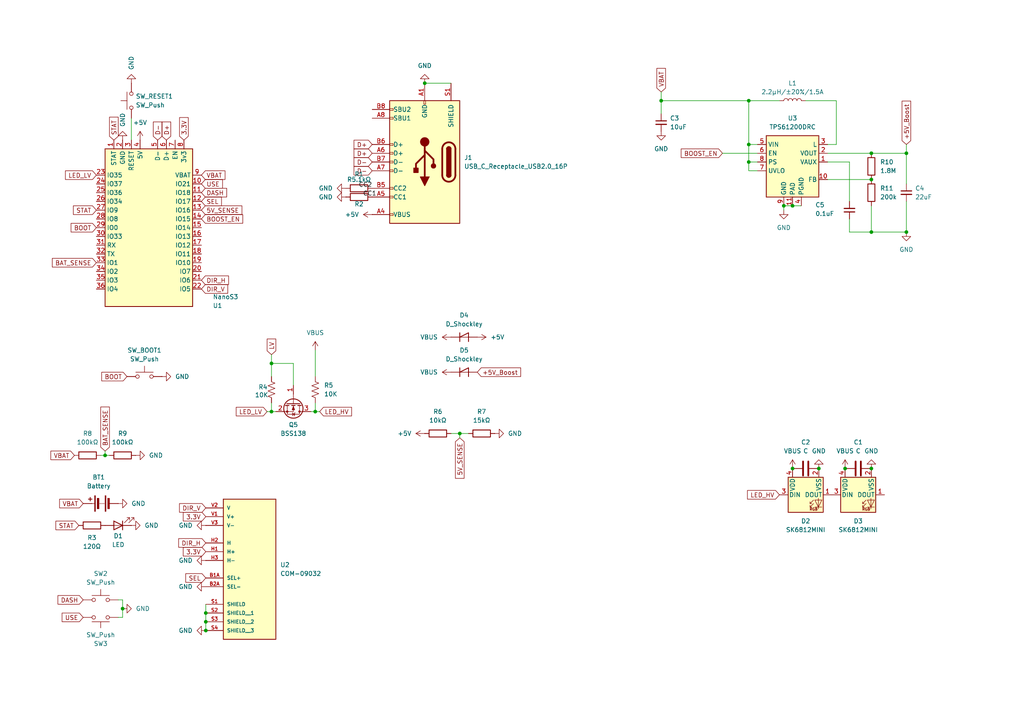
<source format=kicad_sch>
(kicad_sch (version 20250114) (generator "eeschema") (generator_version "9.0")
  (paper "A4")
  (lib_symbols
    (symbol "COM-09032:COM-09032" (pin_names (offset 1.016))
      (property "Reference" "U" (at -7.62 16.002 0))
      (property "Value" "COM-09032" (at -7.62 -27.94 0))
      (symbol "COM-09032_0_0"
        (rectangle (start -7.62 -25.4) (end 7.62 15.24) (stroke (width 0.254)) (fill (type background)))
        (pin passive line (at -12.7 12.7 0) (length 5.08) (name "V") (number "V2"))
        (pin passive line (at -12.7 10.16 0) (length 5.08) (name "V+") (number "V1"))
        (pin passive line (at -12.7 7.62 0) (length 5.08) (name "V-") (number "V3"))
        (pin passive line (at -12.7 2.54 0) (length 5.08) (name "H") (number "H2"))
        (pin passive line (at -12.7 0 0) (length 5.08) (name "H+") (number "H1"))
        (pin passive line (at -12.7 -2.54 0) (length 5.08) (name "H-") (number "H3"))
        (pin passive line (at -12.7 -7.62 0) (length 5.08) (name "SEL+") (number "B1A"))
        (pin passive line (at -12.7 -10.16 0) (length 5.08) (name "SEL-") (number "B2A"))
        (pin passive line (at -12.7 -15.24 0) (length 5.08) (name "SHIELD") (number "S1"))
        (pin passive line (at -12.7 -17.78 0) (length 5.08) (name "SHIELD__1") (number "S2"))
        (pin passive line (at -12.7 -20.32 0) (length 5.08) (name "SHIELD__2") (number "S3"))
        (pin passive line (at -12.7 -22.86 0) (length 5.08) (name "SHIELD__3") (number "S4"))
      )
    )
    (symbol "Connector:USB_C_Receptacle_USB2.0_16P" (pin_names (offset 1.016))
      (property "Reference" "J" (at 0 22.225 0))
      (property "Value" "USB_C_Receptacle_USB2.0_16P" (at 0 19.685 0))
      (symbol "USB_C_Receptacle_USB2.0_16P_0_0"
        (rectangle (start -0.254 -17.78) (end 0.254 -16.764))
        (rectangle (start 10.16 15.494) (end 9.144 14.986))
        (rectangle (start 10.16 10.414) (end 9.144 9.906))
        (rectangle (start 10.16 7.874) (end 9.144 7.366))
        (rectangle (start 10.16 2.794) (end 9.144 2.286))
        (rectangle (start 10.16 0.254) (end 9.144 -0.254))
        (rectangle (start 10.16 -2.286) (end 9.144 -2.794))
        (rectangle (start 10.16 -4.826) (end 9.144 -5.334))
        (rectangle (start 10.16 -12.446) (end 9.144 -12.954))
        (rectangle (start 10.16 -14.986) (end 9.144 -15.494))
      )
      (symbol "USB_C_Receptacle_USB2.0_16P_0_1"
        (rectangle (start -10.16 17.78) (end 10.16 -17.78) (stroke (width 0.254)) (fill (type background)))
        (polyline (pts (xy -8.89 -3.81) (xy -8.89 3.81)) (stroke (width 0.508)))
        (rectangle (start -7.62 -3.81) (end -6.35 3.81) (stroke (width 0.254)) (fill (type outline)))
        (arc (start -7.62 3.81) (mid -6.985 4.4423) (end -6.35 3.81) (stroke (width 0.254)))
        (arc (start -7.62 3.81) (mid -6.985 4.4423) (end -6.35 3.81) (stroke (width 0.254)) (fill (type outline)))
        (arc (start -8.89 3.81) (mid -6.985 5.7067) (end -5.08 3.81) (stroke (width 0.508)))
        (arc (start -5.08 -3.81) (mid -6.985 -5.7067) (end -8.89 -3.81) (stroke (width 0.508)))
        (arc (start -6.35 -3.81) (mid -6.985 -4.4423) (end -7.62 -3.81) (stroke (width 0.254)))
        (arc (start -6.35 -3.81) (mid -6.985 -4.4423) (end -7.62 -3.81) (stroke (width 0.254)) (fill (type outline)))
        (polyline (pts (xy -5.08 3.81) (xy -5.08 -3.81)) (stroke (width 0.508)))
        (circle (center -2.54 1.143) (radius 0.635) (stroke (width 0.254)) (fill (type outline)))
        (polyline (pts (xy -1.27 4.318) (xy 0 6.858) (xy 1.27 4.318) (xy -1.27 4.318)) (stroke (width 0.254)) (fill (type outline)))
        (polyline (pts (xy 0 -2.032) (xy 2.54 0.508) (xy 2.54 1.778)) (stroke (width 0.508)))
        (polyline (pts (xy 0 -3.302) (xy -2.54 -0.762) (xy -2.54 0.508)) (stroke (width 0.508)))
        (polyline (pts (xy 0 -5.842) (xy 0 4.318)) (stroke (width 0.508)))
        (circle (center 0 -5.842) (radius 1.27) (fill (type outline)))
        (rectangle (start 1.905 1.778) (end 3.175 3.048) (stroke (width 0.254)) (fill (type outline)))
      )
      (symbol "USB_C_Receptacle_USB2.0_16P_1_1"
        (pin passive line (at -7.62 -22.86 90) (length 5.08) (name "SHIELD") (number "S1"))
        (pin passive line (at 0 -22.86 90) (length 5.08) (name "GND") (number "A1"))
        (pin passive line (at 0 -22.86 90) (length 5.08) (hide yes) (name "GND") (number "A12"))
        (pin passive line (at 0 -22.86 90) (length 5.08) (hide yes) (name "GND") (number "B1"))
        (pin passive line (at 0 -22.86 90) (length 5.08) (hide yes) (name "GND") (number "B12"))
        (pin passive line (at 15.24 15.24 180) (length 5.08) (name "VBUS") (number "A4"))
        (pin passive line (at 15.24 15.24 180) (length 5.08) (hide yes) (name "VBUS") (number "A9"))
        (pin passive line (at 15.24 15.24 180) (length 5.08) (hide yes) (name "VBUS") (number "B4"))
        (pin passive line (at 15.24 15.24 180) (length 5.08) (hide yes) (name "VBUS") (number "B9"))
        (pin bidirectional line (at 15.24 10.16 180) (length 5.08) (name "CC1") (number "A5"))
        (pin bidirectional line (at 15.24 7.62 180) (length 5.08) (name "CC2") (number "B5"))
        (pin bidirectional line (at 15.24 2.54 180) (length 5.08) (name "D-") (number "A7"))
        (pin bidirectional line (at 15.24 0 180) (length 5.08) (name "D-") (number "B7"))
        (pin bidirectional line (at 15.24 -2.54 180) (length 5.08) (name "D+") (number "A6"))
        (pin bidirectional line (at 15.24 -5.08 180) (length 5.08) (name "D+") (number "B6"))
        (pin bidirectional line (at 15.24 -12.7 180) (length 5.08) (name "SBU1") (number "A8"))
        (pin bidirectional line (at 15.24 -15.24 180) (length 5.08) (name "SBU2") (number "B8"))
      )
    )
    (symbol "Device:Battery" (pin_numbers (hide yes)) (pin_names (offset 0) (hide yes))
      (property "Reference" "BT" (at 2.54 2.54 0))
      (property "Value" "Battery" (at 2.54 0 0))
      (symbol "Battery_0_1"
        (rectangle (start -2.286 1.778) (end 2.286 1.524) (fill (type outline)))
        (rectangle (start -2.286 -1.27) (end 2.286 -1.524) (fill (type outline)))
        (rectangle (start -1.524 1.016) (end 1.524 0.508) (fill (type outline)))
        (rectangle (start -1.524 -2.032) (end 1.524 -2.54) (fill (type outline)))
        (polyline (pts (xy 0 1.778) (xy 0 2.54)))
        (polyline (pts (xy 0 0) (xy 0 0.254)))
        (polyline (pts (xy 0 -0.508) (xy 0 -0.254)))
        (polyline (pts (xy 0 -1.016) (xy 0 -0.762)))
        (polyline (pts (xy 0.762 3.048) (xy 1.778 3.048)) (stroke (width 0.254)))
        (polyline (pts (xy 1.27 3.556) (xy 1.27 2.54)) (stroke (width 0.254)))
      )
      (symbol "Battery_1_1"
        (pin passive line (at 0 5.08 270) (length 2.54) (name "+") (number "1"))
        (pin passive line (at 0 -5.08 90) (length 2.54) (name "-") (number "2"))
      )
    )
    (symbol "Device:C" (pin_numbers (hide yes)) (pin_names (offset 0.254))
      (property "Reference" "C" (at 0.635 2.54 0))
      (property "Value" "C" (at 0.635 -2.54 0))
      (symbol "C_0_1"
        (polyline (pts (xy -2.032 0.762) (xy 2.032 0.762)) (stroke (width 0.508)))
        (polyline (pts (xy -2.032 -0.762) (xy 2.032 -0.762)) (stroke (width 0.508)))
      )
      (symbol "C_1_1"
        (pin passive line (at 0 3.81 270) (length 2.794) (name "~") (number "1"))
        (pin passive line (at 0 -3.81 90) (length 2.794) (name "~") (number "2"))
      )
    )
    (symbol "Device:C_Small" (pin_numbers (hide yes)) (pin_names (offset 0.254) (hide yes))
      (property "Reference" "C" (at 0.254 1.778 0))
      (property "Value" "C_Small" (at 0.254 -2.032 0))
      (symbol "C_Small_0_1"
        (polyline (pts (xy -1.524 0.508) (xy 1.524 0.508)) (stroke (width 0.3048)))
        (polyline (pts (xy -1.524 -0.508) (xy 1.524 -0.508)) (stroke (width 0.3302)))
      )
      (symbol "C_Small_1_1"
        (pin passive line (at 0 2.54 270) (length 2.032) (name "~") (number "1"))
        (pin passive line (at 0 -2.54 90) (length 2.032) (name "~") (number "2"))
      )
    )
    (symbol "Device:D_Shockley" (pin_numbers (hide yes)) (pin_names (offset 1.016) (hide yes))
      (property "Reference" "D" (at 0 2.54 0))
      (property "Value" "D_Shockley" (at 0 -2.54 0))
      (symbol "D_Shockley_0_1"
        (polyline (pts (xy -1.27 1.27) (xy -1.27 -1.27)) (stroke (width 0.254)))
        (polyline (pts (xy -1.27 0) (xy 1.27 0)))
        (polyline (pts (xy -1.27 0) (xy 1.27 1.27) (xy 1.27 -1.27)) (stroke (width 0.254)))
      )
      (symbol "D_Shockley_1_1"
        (pin passive line (at -3.81 0 0) (length 2.54) (name "K") (number "1"))
        (pin passive line (at 3.81 0 180) (length 2.54) (name "A") (number "2"))
      )
    )
    (symbol "Device:L" (pin_numbers (hide yes)) (pin_names (offset 1.016) (hide yes))
      (property "Reference" "L" (at -1.27 0 90))
      (property "Value" "L" (at 1.905 0 90))
      (symbol "L_0_1"
        (arc (start 0 2.54) (mid 0.6323 1.905) (end 0 1.27))
        (arc (start 0 1.27) (mid 0.6323 0.635) (end 0 0))
        (arc (start 0 0) (mid 0.6323 -0.635) (end 0 -1.27))
        (arc (start 0 -1.27) (mid 0.6323 -1.905) (end 0 -2.54))
      )
      (symbol "L_1_1"
        (pin passive line (at 0 3.81 270) (length 1.27) (name "1") (number "1"))
        (pin passive line (at 0 -3.81 90) (length 1.27) (name "2") (number "2"))
      )
    )
    (symbol "Device:LED" (pin_numbers (hide yes)) (pin_names (offset 1.016) (hide yes))
      (property "Reference" "D" (at 0 2.54 0))
      (property "Value" "LED" (at 0 -2.54 0))
      (symbol "LED_0_1"
        (polyline (pts (xy -3.048 -0.762) (xy -4.572 -2.286) (xy -3.81 -2.286) (xy -4.572 -2.286) (xy -4.572 -1.524)))
        (polyline (pts (xy -1.778 -0.762) (xy -3.302 -2.286) (xy -2.54 -2.286) (xy -3.302 -2.286) (xy -3.302 -1.524)))
        (polyline (pts (xy -1.27 0) (xy 1.27 0)))
        (polyline (pts (xy -1.27 -1.27) (xy -1.27 1.27)) (stroke (width 0.254)))
        (polyline (pts (xy 1.27 -1.27) (xy 1.27 1.27) (xy -1.27 0) (xy 1.27 -1.27)) (stroke (width 0.254)))
      )
      (symbol "LED_1_1"
        (pin passive line (at -3.81 0 0) (length 2.54) (name "K") (number "1"))
        (pin passive line (at 3.81 0 180) (length 2.54) (name "A") (number "2"))
      )
    )
    (symbol "Device:R" (pin_numbers (hide yes)) (pin_names (offset 0))
      (property "Reference" "R" (at 2.032 0 90))
      (property "Value" "R" (at 0 0 90))
      (symbol "R_0_1"
        (rectangle (start -1.016 -2.54) (end 1.016 2.54) (stroke (width 0.254)))
      )
      (symbol "R_1_1"
        (pin passive line (at 0 3.81 270) (length 1.27) (name "~") (number "1"))
        (pin passive line (at 0 -3.81 90) (length 1.27) (name "~") (number "2"))
      )
    )
    (symbol "Device:R_US" (pin_numbers (hide yes)) (pin_names (offset 0))
      (property "Reference" "R" (at 2.54 0 90))
      (property "Value" "R_US" (at -2.54 0 90))
      (symbol "R_US_0_1"
        (polyline (pts (xy 0 2.286) (xy 0 2.54)))
        (polyline (pts (xy 0 2.286) (xy 1.016 1.905) (xy 0 1.524) (xy -1.016 1.143) (xy 0 0.762)))
        (polyline (pts (xy 0 0.762) (xy 1.016 0.381) (xy 0 0) (xy -1.016 -0.381) (xy 0 -0.762)))
        (polyline (pts (xy 0 -0.762) (xy 1.016 -1.143) (xy 0 -1.524) (xy -1.016 -1.905) (xy 0 -2.286)))
        (polyline (pts (xy 0 -2.286) (xy 0 -2.54)))
      )
      (symbol "R_US_1_1"
        (pin passive line (at 0 3.81 270) (length 1.27) (name "~") (number "1"))
        (pin passive line (at 0 -3.81 90) (length 1.27) (name "~") (number "2"))
      )
    )
    (symbol "LED:SK6812MINI" (pin_names (offset 0.254))
      (property "Reference" "D" (at 5.08 5.715 0))
      (property "Value" "SK6812MINI" (at 1.27 -5.715 0))
      (symbol "SK6812MINI_0_0"
        (text "RGB" (at 2.286 -4.191 0) (effects (font (size 0.762 0.762))))
      )
      (symbol "SK6812MINI_0_1"
        (polyline (pts (xy 1.27 -2.54) (xy 1.778 -2.54)))
        (polyline (pts (xy 1.27 -3.556) (xy 1.778 -3.556)))
        (polyline (pts (xy 2.286 -1.524) (xy 1.27 -2.54) (xy 1.27 -2.032)))
        (polyline (pts (xy 2.286 -2.54) (xy 1.27 -3.556) (xy 1.27 -3.048)))
        (polyline (pts (xy 3.683 -1.016) (xy 3.683 -3.556) (xy 3.683 -4.064)))
        (polyline (pts (xy 4.699 -1.524) (xy 2.667 -1.524) (xy 3.683 -3.556) (xy 4.699 -1.524)))
        (polyline (pts (xy 4.699 -3.556) (xy 2.667 -3.556)))
        (rectangle (start 5.08 5.08) (end -5.08 -5.08) (stroke (width 0.254)) (fill (type background)))
      )
      (symbol "SK6812MINI_1_1"
        (pin input line (at -7.62 0 0) (length 2.54) (name "DIN") (number "3"))
        (pin power_in line (at -3.81 7.62 270) (length 2.54) (name "VDD") (number "4"))
        (pin power_in line (at 3.81 7.62 270) (length 2.54) (name "VSS") (number "2"))
        (pin output line (at 7.62 0 180) (length 2.54) (name "DOUT") (number "1"))
      )
    )
    (symbol "NanoS3:NanoS3"
      (property "Reference" "U1" (at -20.3709 32.385 0))
      (property "Value" "NanoS3" (at -20.3709 34.925 0))
      (symbol "NanoS3_0_0"
        (pin bidirectional line (at -15.24 0 0) (length 2.54) (name "IO0") (number "29"))
        (pin bidirectional line (at -15.24 -5.08 0) (length 2.54) (name "RX") (number "31"))
        (pin bidirectional line (at -15.24 -7.62 0) (length 2.54) (name "TX") (number "32"))
      )
      (symbol "NanoS3_0_1"
        (rectangle (start -12.7 22.86) (end 12.7 -22.86) (stroke (width 0.254)) (fill (type background)))
      )
      (symbol "NanoS3_1_0"
        (pin bidirectional line (at -15.24 15.24 0) (length 2.54) (name "IO35") (number "23"))
        (pin bidirectional line (at -15.24 12.7 0) (length 2.54) (name "IO37") (number "24"))
        (pin bidirectional line (at -15.24 10.16 0) (length 2.54) (name "IO36") (number "25"))
        (pin bidirectional line (at -15.24 7.62 0) (length 2.54) (name "IO34") (number "26"))
        (pin bidirectional line (at -15.24 5.08 0) (length 2.54) (name "IO9") (number "27"))
        (pin bidirectional line (at -15.24 2.54 0) (length 2.54) (name "IO8") (number "28"))
        (pin bidirectional line (at -15.24 -2.54 0) (length 2.54) (name "IO33") (number "30"))
        (pin bidirectional line (at -15.24 -10.16 0) (length 2.54) (name "IO1") (number "33"))
        (pin bidirectional line (at -15.24 -12.7 0) (length 2.54) (name "IO2") (number "34"))
        (pin bidirectional line (at -15.24 -15.24 0) (length 2.54) (name "IO3") (number "35"))
        (pin bidirectional line (at -15.24 -17.78 0) (length 2.54) (name "IO4") (number "36"))
        (pin bidirectional line (at 15.24 -2.54 180) (length 2.54) (name "IO13") (number "16"))
        (pin bidirectional line (at 15.24 -5.08 180) (length 2.54) (name "IO12") (number "17"))
        (pin bidirectional line (at 15.24 -7.62 180) (length 2.54) (name "IO11") (number "18"))
        (pin bidirectional line (at 15.24 -10.16 180) (length 2.54) (name "IO10") (number "19"))
        (pin bidirectional line (at 15.24 -12.7 180) (length 2.54) (name "IO7") (number "20"))
        (pin bidirectional line (at 15.24 -15.24 180) (length 2.54) (name "IO6") (number "21"))
        (pin bidirectional line (at 15.24 -17.78 180) (length 2.54) (name "IO5") (number "22"))
      )
      (symbol "NanoS3_1_1"
        (pin bidirectional line (at -10.16 25.4 270) (length 2.54) (name "STAT") (number "1"))
        (pin bidirectional line (at -7.62 25.4 270) (length 2.54) (name "GND") (number "2"))
        (pin bidirectional line (at -5.08 25.4 270) (length 2.54) (name "RESET") (number "3"))
        (pin bidirectional line (at -2.54 25.4 270) (length 2.54) (name "5V") (number "4"))
        (pin bidirectional line (at 2.54 25.4 270) (length 2.54) (name "D-") (number "5"))
        (pin bidirectional line (at 5.08 25.4 270) (length 2.54) (name "D+") (number "6"))
        (pin bidirectional line (at 7.62 25.4 270) (length 2.54) (name "EN") (number "7"))
        (pin bidirectional line (at 10.16 25.4 270) (length 2.54) (name "3v3") (number "8"))
        (pin bidirectional line (at 15.24 15.24 180) (length 2.54) (name "VBAT") (number "9"))
        (pin bidirectional line (at 15.24 12.7 180) (length 2.54) (name "IO21") (number "10"))
        (pin bidirectional line (at 15.24 10.16 180) (length 2.54) (name "IO18") (number "11"))
        (pin bidirectional line (at 15.24 7.62 180) (length 2.54) (name "IO17") (number "12"))
        (pin bidirectional line (at 15.24 5.08 180) (length 2.54) (name "IO16") (number "13"))
        (pin bidirectional line (at 15.24 2.54 180) (length 2.54) (name "IO15") (number "14"))
        (pin bidirectional line (at 15.24 0 180) (length 2.54) (name "IO14") (number "15"))
      )
    )
    (symbol "Regulator_Switching:TPS61200DRC"
      (property "Reference" "U" (at -10.16 8.89 0))
      (property "Value" "TPS61200DRC" (at -2.54 8.89 0))
      (symbol "TPS61200DRC_0_1"
        (rectangle (start -7.62 7.62) (end 7.62 -10.16) (stroke (width 0.254)) (fill (type background)))
      )
      (symbol "TPS61200DRC_1_1"
        (pin power_in line (at -10.16 5.08 0) (length 2.54) (name "VIN") (number "5"))
        (pin input line (at -10.16 2.54 0) (length 2.54) (name "EN") (number "6"))
        (pin input line (at -10.16 0 0) (length 2.54) (name "PS") (number "8"))
        (pin input line (at -10.16 -2.54 0) (length 2.54) (name "UVLO") (number "7"))
        (pin power_in line (at -2.54 -12.7 90) (length 2.54) (name "GND") (number "9"))
        (pin power_in line (at 0 -12.7 90) (length 2.54) (name "PAD") (number "11"))
        (pin power_in line (at 2.54 -12.7 90) (length 2.54) (name "PGND") (number "4"))
        (pin input line (at 10.16 5.08 180) (length 2.54) (name "L") (number "3"))
        (pin power_out line (at 10.16 2.54 180) (length 2.54) (name "VOUT") (number "2"))
        (pin bidirectional line (at 10.16 0 180) (length 2.54) (name "VAUX") (number "1"))
        (pin input line (at 10.16 -5.08 180) (length 2.54) (name "FB") (number "10"))
      )
    )
    (symbol "Switch:SW_Push" (pin_numbers (hide yes)) (pin_names (offset 1.016) (hide yes))
      (property "Reference" "SW" (at 1.27 2.54 0))
      (property "Value" "SW_Push" (at 0 -1.524 0))
      (symbol "SW_Push_0_1"
        (circle (center -2.032 0) (radius 0.508))
        (polyline (pts (xy 0 1.27) (xy 0 3.048)))
        (circle (center 2.032 0) (radius 0.508))
        (polyline (pts (xy 2.54 1.27) (xy -2.54 1.27)))
        (pin passive line (at -5.08 0 0) (length 2.54) (name "1") (number "1"))
        (pin passive line (at 5.08 0 180) (length 2.54) (name "2") (number "2"))
      )
    )
    (symbol "Transistor_FET:BSS138" (pin_names (hide yes))
      (property "Reference" "Q" (at 5.08 1.905 0))
      (property "Value" "BSS138" (at 5.08 0 0))
      (symbol "BSS138_0_1"
        (polyline (pts (xy 0.254 1.905) (xy 0.254 -1.905)) (stroke (width 0.254)))
        (polyline (pts (xy 0.254 0) (xy -2.54 0)))
        (polyline (pts (xy 0.762 2.286) (xy 0.762 1.27)) (stroke (width 0.254)))
        (polyline (pts (xy 0.762 0.508) (xy 0.762 -0.508)) (stroke (width 0.254)))
        (polyline (pts (xy 0.762 -1.27) (xy 0.762 -2.286)) (stroke (width 0.254)))
        (polyline (pts (xy 0.762 -1.778) (xy 3.302 -1.778) (xy 3.302 1.778) (xy 0.762 1.778)))
        (polyline (pts (xy 1.016 0) (xy 2.032 0.381) (xy 2.032 -0.381) (xy 1.016 0)) (fill (type outline)))
        (circle (center 1.651 0) (radius 2.794) (stroke (width 0.254)))
        (polyline (pts (xy 2.54 2.54) (xy 2.54 1.778)))
        (circle (center 2.54 1.778) (radius 0.254) (fill (type outline)))
        (circle (center 2.54 -1.778) (radius 0.254) (fill (type outline)))
        (polyline (pts (xy 2.54 -2.54) (xy 2.54 0) (xy 0.762 0)))
        (polyline (pts (xy 2.794 0.508) (xy 2.921 0.381) (xy 3.683 0.381) (xy 3.81 0.254)))
        (polyline (pts (xy 3.302 0.381) (xy 2.921 -0.254) (xy 3.683 -0.254) (xy 3.302 0.381)))
      )
      (symbol "BSS138_1_1"
        (pin input line (at -5.08 0 0) (length 2.54) (name "G") (number "1"))
        (pin passive line (at 2.54 5.08 270) (length 2.54) (name "D") (number "3"))
        (pin passive line (at 2.54 -5.08 90) (length 2.54) (name "S") (number "2"))
      )
    )
    (symbol "power:+5V" (power) (pin_numbers (hide yes)) (pin_names (offset 0) (hide yes))
      (property "Value" "+5V" (at 0 3.556 0))
      (symbol "+5V_0_1"
        (polyline (pts (xy -0.762 1.27) (xy 0 2.54)))
        (polyline (pts (xy 0 2.54) (xy 0.762 1.27)))
        (polyline (pts (xy 0 0) (xy 0 2.54)))
      )
      (symbol "+5V_1_1"
        (pin power_in line (at 0 0 90) (length 0) (name "~") (number "1"))
      )
    )
    (symbol "power:GND" (power) (pin_numbers (hide yes)) (pin_names (offset 0) (hide yes))
      (property "Value" "GND" (at 0 -3.81 0))
      (symbol "GND_0_1"
        (polyline (pts (xy 0 0) (xy 0 -1.27) (xy 1.27 -1.27) (xy 0 -2.54) (xy -1.27 -1.27) (xy 0 -1.27)))
      )
      (symbol "GND_1_1"
        (pin power_in line (at 0 0 270) (length 0) (name "~") (number "1"))
      )
    )
    (symbol "power:VBUS" (power) (pin_numbers (hide yes)) (pin_names (offset 0) (hide yes))
      (property "Value" "VBUS" (at 0 3.556 0))
      (symbol "VBUS_0_1"
        (polyline (pts (xy -0.762 1.27) (xy 0 2.54)))
        (polyline (pts (xy 0 2.54) (xy 0.762 1.27)))
        (polyline (pts (xy 0 0) (xy 0 2.54)))
      )
      (symbol "VBUS_1_1"
        (pin power_in line (at 0 0 90) (length 0) (name "~") (number "1"))
      )
    )
  )
  (junction (at 252.73 44.45))
  (junction (at 123.19 24.13))
  (junction (at 252.73 135.89))
  (junction (at 252.73 67.31))
  (junction (at 227.33 59.69))
  (junction (at 229.87 135.89))
  (junction (at 262.89 67.31))
  (junction (at 78.74 119.38))
  (junction (at 217.17 29.21))
  (junction (at 229.87 59.69))
  (junction (at 237.49 135.89))
  (junction (at 133.35 125.73))
  (junction (at 217.17 46.99))
  (junction (at 59.69 177.8))
  (junction (at 35.56 176.53))
  (junction (at 78.74 105.41))
  (junction (at 217.17 41.91))
  (junction (at 59.69 180.34))
  (junction (at 245.11 135.89))
  (junction (at 30.48 132.08))
  (junction (at 252.73 52.07))
  (junction (at 191.77 29.21))
  (junction (at 91.44 119.38))
  (junction (at 59.69 182.88))
  (junction (at 262.89 44.45))
  (wire (pts (xy 30.48 132.08) (xy 29.21 132.08)))
  (wire (pts (xy 252.73 44.45) (xy 262.89 44.45)))
  (wire (pts (xy 191.77 26.67) (xy 191.77 29.21)))
  (wire (pts (xy 217.17 46.99) (xy 219.71 46.99)))
  (wire (pts (xy 91.44 101.6) (xy 91.44 109.22)))
  (wire (pts (xy 59.69 180.34) (xy 59.69 182.88)))
  (wire (pts (xy 233.68 29.21) (xy 242.57 29.21)))
  (wire (pts (xy 130.81 125.73) (xy 133.35 125.73)))
  (wire (pts (xy 38.1 40.64) (xy 38.1 34.29)))
  (wire (pts (xy 217.17 29.21) (xy 226.06 29.21)))
  (wire (pts (xy 91.44 116.84) (xy 91.44 119.38)))
  (wire (pts (xy 85.09 105.41) (xy 78.74 105.41)))
  (wire (pts (xy 227.33 60.96) (xy 227.33 59.69)))
  (wire (pts (xy 92.71 119.38) (xy 91.44 119.38)))
  (wire (pts (xy 252.73 67.31) (xy 262.89 67.31)))
  (wire (pts (xy 229.87 59.69) (xy 232.41 59.69)))
  (wire (pts (xy 78.74 116.84) (xy 78.74 119.38)))
  (wire (pts (xy 133.35 125.73) (xy 135.89 125.73)))
  (wire (pts (xy 59.69 175.26) (xy 59.69 177.8)))
  (wire (pts (xy 227.33 59.69) (xy 229.87 59.69)))
  (wire (pts (xy 209.55 44.45) (xy 219.71 44.45)))
  (wire (pts (xy 262.89 58.42) (xy 262.89 67.31)))
  (wire (pts (xy 217.17 49.53) (xy 219.71 49.53)))
  (wire (pts (xy 133.35 127) (xy 133.35 125.73)))
  (wire (pts (xy 262.89 44.45) (xy 262.89 41.91)))
  (wire (pts (xy 240.03 44.45) (xy 252.73 44.45)))
  (wire (pts (xy 219.71 41.91) (xy 217.17 41.91)))
  (wire (pts (xy 217.17 41.91) (xy 217.17 46.99)))
  (wire (pts (xy 30.48 130.81) (xy 30.48 132.08)))
  (wire (pts (xy 262.89 53.34) (xy 262.89 44.45)))
  (wire (pts (xy 35.56 173.99) (xy 34.29 173.99)))
  (wire (pts (xy 78.74 105.41) (xy 78.74 109.22)))
  (wire (pts (xy 217.17 46.99) (xy 217.17 49.53)))
  (wire (pts (xy 35.56 176.53) (xy 35.56 173.99)))
  (wire (pts (xy 34.29 179.07) (xy 35.56 179.07)))
  (wire (pts (xy 217.17 29.21) (xy 217.17 41.91)))
  (wire (pts (xy 59.69 177.8) (xy 59.69 180.34)))
  (wire (pts (xy 240.03 46.99) (xy 246.38 46.99)))
  (wire (pts (xy 123.19 24.13) (xy 130.81 24.13)))
  (wire (pts (xy 246.38 63.5) (xy 246.38 67.31)))
  (wire (pts (xy 35.56 176.53) (xy 35.56 179.07)))
  (wire (pts (xy 78.74 102.87) (xy 78.74 105.41)))
  (wire (pts (xy 217.17 29.21) (xy 191.77 29.21)))
  (wire (pts (xy 85.09 111.76) (xy 85.09 105.41)))
  (wire (pts (xy 246.38 46.99) (xy 246.38 58.42)))
  (wire (pts (xy 91.44 119.38) (xy 90.17 119.38)))
  (wire (pts (xy 191.77 29.21) (xy 191.77 33.02)))
  (wire (pts (xy 252.73 59.69) (xy 252.73 67.31)))
  (wire (pts (xy 78.74 119.38) (xy 80.01 119.38)))
  (wire (pts (xy 240.03 52.07) (xy 252.73 52.07)))
  (wire (pts (xy 246.38 67.31) (xy 252.73 67.31)))
  (wire (pts (xy 242.57 29.21) (xy 242.57 41.91)))
  (wire (pts (xy 77.47 119.38) (xy 78.74 119.38)))
  (wire (pts (xy 242.57 41.91) (xy 240.03 41.91)))
  (wire (pts (xy 31.75 132.08) (xy 30.48 132.08)))
  (label "CC2" (at 107.95 54.61 180))
  (label "CC1" (at 109.22 57.15 180))
  (global_label "BOOT" (shape input) (at 27.94 66.04 180) (property "Intersheetrefs" "${INTERSHEET_REFS}" (effects (hide yes))))
  (global_label "D+" (shape input) (at 107.95 44.45 180) (property "Intersheetrefs" "${INTERSHEET_REFS}" (effects (hide yes))))
  (global_label "3.3V" (shape input) (at 59.69 149.86 180) (property "Intersheetrefs" "${INTERSHEET_REFS}" (effects (hide yes))))
  (global_label "LED_HV" (shape input) (at 226.06 143.51 180) (property "Intersheetrefs" "${INTERSHEET_REFS}" (effects (hide yes))))
  (global_label "BAT_SENSE" (shape input) (at 27.94 76.2 180) (property "Intersheetrefs" "${INTERSHEET_REFS}" (effects (hide yes))))
  (global_label "D-" (shape input) (at 107.95 46.99 180) (property "Intersheetrefs" "${INTERSHEET_REFS}" (effects (hide yes))))
  (global_label "STAT" (shape input) (at 22.86 152.4 180) (property "Intersheetrefs" "${INTERSHEET_REFS}" (effects (hide yes))))
  (global_label "D+" (shape input) (at 48.26 40.64 90) (property "Intersheetrefs" "${INTERSHEET_REFS}" (effects (hide yes))))
  (global_label "LED_HV" (shape input) (at 92.71 119.38 0) (property "Intersheetrefs" "${INTERSHEET_REFS}" (effects (hide yes))))
  (global_label "5V_SENSE" (shape input) (at 58.42 60.96 0) (property "Intersheetrefs" "${INTERSHEET_REFS}" (effects (hide yes))))
  (global_label "D+" (shape input) (at 107.95 41.91 180) (property "Intersheetrefs" "${INTERSHEET_REFS}" (effects (hide yes))))
  (global_label "SEL" (shape input) (at 58.42 58.42 0) (property "Intersheetrefs" "${INTERSHEET_REFS}" (effects (hide yes))))
  (global_label "DASH" (shape input) (at 58.42 55.88 0) (property "Intersheetrefs" "${INTERSHEET_REFS}" (effects (hide yes))))
  (global_label "USE" (shape input) (at 24.13 179.07 180) (property "Intersheetrefs" "${INTERSHEET_REFS}" (effects (hide yes))))
  (global_label "LV" (shape input) (at 78.74 102.87 90) (property "Intersheetrefs" "${INTERSHEET_REFS}" (effects (hide yes))))
  (global_label "DIR_V" (shape input) (at 59.69 147.32 180) (property "Intersheetrefs" "${INTERSHEET_REFS}" (effects (hide yes))))
  (global_label "3.3V" (shape input) (at 53.34 40.64 90) (property "Intersheetrefs" "${INTERSHEET_REFS}" (effects (hide yes))))
  (global_label "VBAT" (shape input) (at 191.77 26.67 90) (property "Intersheetrefs" "${INTERSHEET_REFS}" (effects (hide yes))))
  (global_label "VBAT" (shape input) (at 24.13 146.05 180) (property "Intersheetrefs" "${INTERSHEET_REFS}" (effects (hide yes))))
  (global_label "D-" (shape input) (at 107.95 49.53 180) (property "Intersheetrefs" "${INTERSHEET_REFS}" (effects (hide yes))))
  (global_label "DASH" (shape input) (at 24.13 173.99 180) (property "Intersheetrefs" "${INTERSHEET_REFS}" (effects (hide yes))))
  (global_label "VBAT" (shape input) (at 21.59 132.08 180) (property "Intersheetrefs" "${INTERSHEET_REFS}" (effects (hide yes))))
  (global_label "USE" (shape input) (at 58.42 53.34 0) (property "Intersheetrefs" "${INTERSHEET_REFS}" (effects (hide yes))))
  (global_label "LED_LV" (shape input) (at 77.47 119.38 180) (property "Intersheetrefs" "${INTERSHEET_REFS}" (effects (hide yes))))
  (global_label "STAT" (shape input) (at 27.94 60.96 180) (property "Intersheetrefs" "${INTERSHEET_REFS}" (effects (hide yes))))
  (global_label "LED_LV" (shape input) (at 27.94 50.8 180) (property "Intersheetrefs" "${INTERSHEET_REFS}" (effects (hide yes))))
  (global_label "SEL" (shape input) (at 59.69 167.64 180) (property "Intersheetrefs" "${INTERSHEET_REFS}" (effects (hide yes))))
  (global_label "5V_SENSE" (shape input) (at 133.35 127 270) (property "Intersheetrefs" "${INTERSHEET_REFS}" (effects (hide yes))))
  (global_label "BOOST_EN" (shape input) (at 58.42 63.5 0) (property "Intersheetrefs" "${INTERSHEET_REFS}" (effects (hide yes))))
  (global_label "DIR_H" (shape input) (at 59.69 157.48 180) (property "Intersheetrefs" "${INTERSHEET_REFS}" (effects (hide yes))))
  (global_label "BAT_SENSE" (shape input) (at 30.48 130.81 90) (property "Intersheetrefs" "${INTERSHEET_REFS}" (effects (hide yes))))
  (global_label "STAT" (shape input) (at 33.02 40.64 90) (property "Intersheetrefs" "${INTERSHEET_REFS}" (effects (hide yes))))
  (global_label "DIR_H" (shape input) (at 58.42 81.28 0) (property "Intersheetrefs" "${INTERSHEET_REFS}" (effects (hide yes))))
  (global_label "+5V_Boost" (shape input) (at 262.89 41.91 90) (property "Intersheetrefs" "${INTERSHEET_REFS}" (effects (hide yes))))
  (global_label "D-" (shape input) (at 45.72 40.64 90) (property "Intersheetrefs" "${INTERSHEET_REFS}" (effects (hide yes))))
  (global_label "BOOST_EN" (shape input) (at 209.55 44.45 180) (property "Intersheetrefs" "${INTERSHEET_REFS}" (effects (hide yes))))
  (global_label "+5V_Boost" (shape input) (at 138.43 107.95 0) (property "Intersheetrefs" "${INTERSHEET_REFS}" (effects (hide yes))))
  (global_label "VBAT" (shape input) (at 58.42 50.8 0) (property "Intersheetrefs" "${INTERSHEET_REFS}" (effects (hide yes))))
  (global_label "3.3V" (shape input) (at 59.69 160.02 180) (property "Intersheetrefs" "${INTERSHEET_REFS}" (effects (hide yes))))
  (global_label "BOOT" (shape input) (at 36.83 109.22 180) (property "Intersheetrefs" "${INTERSHEET_REFS}" (effects (hide yes))))
  (global_label "DIR_V" (shape input) (at 58.42 83.82 0) (property "Intersheetrefs" "${INTERSHEET_REFS}" (effects (hide yes))))
  (symbol (lib_id "Device:R_US") (at 91.44 113.03 0) (unit 1)
    (property "Reference" "R5" (at 93.98 111.7599 0) (effects (justify left)))
    (property "Value" "10K" (at 93.98 114.2999 0) (effects (justify left)))
    (property "Footprint" "Resistor_SMD:R_0603_1608Metric_Pad0.98x0.95mm_HandSolder" (effects (hide yes)))
    (property "Description" "Resistor, US symbol" (effects (hide yes)))
  )
  (symbol (lib_id "Switch:SW_Push") (at 38.1 29.21 90) (unit 1)
    (property "Reference" "SW_RESET1" (at 39.37 27.9399 90) (effects (justify right)))
    (property "Value" "SW_Push" (at 39.37 30.4799 90) (effects (justify right)))
    (property "Footprint" "Button_Switch_SMD:SW_Push_SPST_NO_Alps_SKRK" (effects (hide yes)))
    (property "Description" "Push button switch, generic, two pins" (effects (hide yes)))
  )
  (symbol (lib_id "power:GND") (at 123.19 24.13 180) (unit 1)
    (property "Reference" "#PWR04" (effects (hide yes)))
    (property "Value" "GND" (at 123.19 19.05 0))
    (property "Description" "Power symbol creates a global label with name \"GND\" , ground" (effects (hide yes)))
  )
  (symbol (lib_id "power:GND") (at 262.89 67.31 0) (unit 1)
    (property "Reference" "#PWR027" (effects (hide yes)))
    (property "Value" "GND" (at 262.89 72.39 0))
    (property "Description" "Power symbol creates a global label with name \"GND\" , ground" (effects (hide yes)))
  )
  (symbol (lib_id "power:GND") (at 237.49 135.89 180) (unit 1)
    (property "Reference" "#PWR010" (effects (hide yes)))
    (property "Value" "GND" (at 237.49 130.81 0))
    (property "Description" "Power symbol creates a global label with name \"GND\" , ground" (effects (hide yes)))
  )
  (symbol (lib_id "power:GND") (at 59.69 170.18 270) (unit 1)
    (property "Reference" "#PWR015" (effects (hide yes)))
    (property "Value" "GND" (at 55.88 170.1799 90) (effects (justify right)))
    (property "Description" "Power symbol creates a global label with name \"GND\" , ground" (effects (hide yes)))
  )
  (symbol (lib_id "Device:R") (at 139.7 125.73 90) (unit 1)
    (property "Reference" "R7" (at 139.7 119.38 90))
    (property "Value" "15kΩ" (at 139.7 121.92 90))
    (property "Footprint" "Resistor_SMD:R_0603_1608Metric_Pad0.98x0.95mm_HandSolder" (effects (hide yes)))
    (property "Description" "Resistor" (effects (hide yes)))
  )
  (symbol (lib_id "Transistor_FET:BSS138") (at 85.09 116.84 270) (unit 1)
    (property "Reference" "Q5" (at 85.09 123.19 90))
    (property "Value" "BSS138" (at 85.09 125.73 90))
    (property "Footprint" "Package_TO_SOT_SMD:SOT-23" (effects (hide yes)))
    (property "Datasheet" "https://www.onsemi.com/pub/Collateral/BSS138-D.PDF" (effects (hide yes)))
    (property "Description" "50V Vds, 0.22A Id, N-Channel MOSFET, SOT-23" (effects (hide yes)))
  )
  (symbol (lib_id "Device:D_Shockley") (at 134.62 97.79 0) (unit 1)
    (property "Reference" "D4" (at 134.62 91.44 0))
    (property "Value" "D_Shockley" (at 134.62 93.98 0))
    (property "Footprint" "Diode_SMD:D_SMA-SMB_Universal_Handsoldering" (effects (hide yes)))
    (property "Description" "Shockley (PNPN) diode" (effects (hide yes)))
  )
  (symbol (lib_id "Device:C_Small") (at 262.89 55.88 0) (unit 1)
    (property "Reference" "C4" (at 265.43 54.6162 0) (effects (justify left)))
    (property "Value" "22uF" (at 265.43 57.1562 0) (effects (justify left)))
    (property "Footprint" "Capacitor_SMD:C_0603_1608Metric_Pad1.08x0.95mm_HandSolder" (effects (hide yes)))
    (property "Description" "Unpolarized capacitor, small symbol" (effects (hide yes)))
  )
  (symbol (lib_id "power:GND") (at 59.69 152.4 270) (unit 1)
    (property "Reference" "#PWR013" (effects (hide yes)))
    (property "Value" "GND" (at 55.88 152.3999 90) (effects (justify right)))
    (property "Description" "Power symbol creates a global label with name \"GND\" , ground" (effects (hide yes)))
  )
  (symbol (lib_id "power:GND") (at 59.69 182.88 270) (unit 1)
    (property "Reference" "#PWR016" (effects (hide yes)))
    (property "Value" "GND" (at 55.88 182.8799 90) (effects (justify right)))
    (property "Description" "Power symbol creates a global label with name \"GND\" , ground" (effects (hide yes)))
  )
  (symbol (lib_id "Switch:SW_Push") (at 41.91 109.22 0) (unit 1)
    (property "Reference" "SW_BOOT1" (at 41.91 101.6 0))
    (property "Value" "SW_Push" (at 41.91 104.14 0))
    (property "Footprint" "Button_Switch_SMD:SW_Push_SPST_NO_Alps_SKRK" (effects (hide yes)))
    (property "Description" "Push button switch, generic, two pins" (effects (hide yes)))
  )
  (symbol (lib_id "Device:R") (at 104.14 57.15 90) (unit 1)
    (property "Reference" "R2" (at 104.14 59.182 90))
    (property "Value" "R5.1kΩ" (effects (hide yes)))
    (property "Footprint" "Resistor_SMD:R_0603_1608Metric_Pad0.98x0.95mm_HandSolder" (effects (hide yes)))
    (property "Description" "Resistor" (effects (hide yes)))
  )
  (symbol (lib_id "power:GND") (at 227.33 60.96 0) (unit 1)
    (property "Reference" "#PWR026" (effects (hide yes)))
    (property "Value" "GND" (at 227.33 66.04 0))
    (property "Description" "Power symbol creates a global label with name \"GND\" , ground" (effects (hide yes)))
  )
  (symbol (lib_id "power:GND") (at 38.1 24.13 180) (unit 1)
    (property "Reference" "#PWR06" (effects (hide yes)))
    (property "Value" "GND" (at 38.0999 20.32 90) (effects (justify right)))
    (property "Description" "Power symbol creates a global label with name \"GND\" , ground" (effects (hide yes)))
  )
  (symbol (lib_id "power:GND") (at 100.33 54.61 270) (unit 1)
    (property "Reference" "#PWR05" (effects (hide yes)))
    (property "Value" "GND" (at 96.52 54.6099 90) (effects (justify right)))
    (property "Description" "Power symbol creates a global label with name \"GND\" , ground" (effects (hide yes)))
  )
  (symbol (lib_id "Device:Battery") (at 29.21 146.05 90) (unit 1)
    (property "Reference" "BT1" (at 28.6385 138.43 90))
    (property "Value" "Battery" (at 28.6385 140.97 90))
    (property "Footprint" "Connector_JST:JST_XH_S2B-XH-A_1x02_P2.50mm_Horizontal" (effects (hide yes)))
    (property "Description" "Multiple-cell battery" (effects (hide yes)))
  )
  (symbol (lib_id "Device:R") (at 104.14 54.61 90) (unit 1)
    (property "Reference" "R1" (at 104.14 50.546 90))
    (property "Value" "R5.1kΩ" (at 104.14 52.07 90))
    (property "Footprint" "Resistor_SMD:R_0603_1608Metric_Pad0.98x0.95mm_HandSolder" (effects (hide yes)))
    (property "Description" "Resistor" (effects (hide yes)))
  )
  (symbol (lib_id "Device:L") (at 229.87 29.21 90) (unit 1)
    (property "Reference" "L1" (at 229.87 24.13 90))
    (property "Value" "2.2µH/±20%/1.5A" (at 229.87 26.67 90))
    (property "Footprint" "Inductor_SMD:L_1008_2520Metric_Pad1.43x2.20mm_HandSolder" (effects (hide yes)))
    (property "Description" "Inductor" (effects (hide yes)))
  )
  (symbol (lib_id "power:GND") (at 34.29 146.05 90) (unit 1)
    (property "Reference" "#PWR07" (effects (hide yes)))
    (property "Value" "GND" (at 38.1 146.0499 90) (effects (justify right)))
    (property "Description" "Power symbol creates a global label with name \"GND\" , ground" (effects (hide yes)))
  )
  (symbol (lib_id "power:VBUS") (at 130.81 107.95 90) (unit 1)
    (property "Reference" "#PWR024" (effects (hide yes)))
    (property "Value" "VBUS" (at 127 107.9499 90) (effects (justify left)))
    (property "Description" "Power symbol creates a global label with name \"VBUS\"" (effects (hide yes)))
  )
  (symbol (lib_id "Device:R") (at 35.56 132.08 90) (unit 1)
    (property "Reference" "R9" (at 35.56 125.73 90))
    (property "Value" "100kΩ" (at 35.56 128.27 90))
    (property "Footprint" "Resistor_SMD:R_0603_1608Metric_Pad0.98x0.95mm_HandSolder" (effects (hide yes)))
    (property "Description" "Resistor" (effects (hide yes)))
  )
  (symbol (lib_id "power:+5V") (at 40.64 40.64 0) (unit 1)
    (property "Reference" "#PWR019" (effects (hide yes)))
    (property "Value" "+5V" (at 40.64 35.56 0))
    (property "Description" "Power symbol creates a global label with name \"+5V\"" (effects (hide yes)))
  )
  (symbol (lib_id "power:VBUS") (at 130.81 97.79 90) (unit 1)
    (property "Reference" "#PWR02" (effects (hide yes)))
    (property "Value" "VBUS" (at 127 97.7899 90) (effects (justify left)))
    (property "Description" "Power symbol creates a global label with name \"VBUS\"" (effects (hide yes)))
  )
  (symbol (lib_id "Device:R") (at 127 125.73 90) (unit 1)
    (property "Reference" "R6" (at 127 119.38 90))
    (property "Value" "10kΩ" (at 127 121.92 90))
    (property "Footprint" "Resistor_SMD:R_0603_1608Metric_Pad0.98x0.95mm_HandSolder" (effects (hide yes)))
    (property "Description" "Resistor" (effects (hide yes)))
  )
  (symbol (lib_id "Device:R") (at 25.4 132.08 90) (unit 1)
    (property "Reference" "R8" (at 25.4 125.73 90))
    (property "Value" "100kΩ" (at 25.4 128.27 90))
    (property "Footprint" "Resistor_SMD:R_0603_1608Metric_Pad0.98x0.95mm_HandSolder" (effects (hide yes)))
    (property "Description" "Resistor" (effects (hide yes)))
  )
  (symbol (lib_id "Device:C_Small") (at 246.38 60.96 180) (unit 1)
    (property "Reference" "C5" (at 236.474 59.436 0) (effects (justify right)))
    (property "Value" "0.1uF" (at 236.474 61.976 0) (effects (justify right)))
    (property "Footprint" "Capacitor_SMD:C_0603_1608Metric_Pad1.08x0.95mm_HandSolder" (effects (hide yes)))
    (property "Description" "Unpolarized capacitor, small symbol" (effects (hide yes)))
  )
  (symbol (lib_id "power:GND") (at 35.56 176.53 90) (unit 1)
    (property "Reference" "#PWR011" (effects (hide yes)))
    (property "Value" "GND" (at 39.37 176.5299 90) (effects (justify right)))
    (property "Description" "Power symbol creates a global label with name \"GND\" , ground" (effects (hide yes)))
  )
  (symbol (lib_id "Switch:SW_Push") (at 29.21 173.99 0) (unit 1)
    (property "Reference" "SW2" (at 29.21 166.37 0))
    (property "Value" "SW_Push" (at 29.21 168.91 0))
    (property "Footprint" "footprints:SW_Cherry_MX_PCB_1.00u" (effects (hide yes)))
    (property "Description" "Push button switch, generic, two pins" (effects (hide yes)))
  )
  (symbol (lib_id "power:+5V") (at 138.43 97.79 270) (unit 1)
    (property "Reference" "#PWR01" (effects (hide yes)))
    (property "Value" "+5V" (at 142.24 97.7899 90) (effects (justify left)))
    (property "Description" "Power symbol creates a global label with name \"+5V\"" (effects (hide yes)))
  )
  (symbol (lib_id "LED:SK6812MINI") (at 233.68 143.51 0) (unit 1)
    (property "Reference" "D2" (at 233.68 151.13 0))
    (property "Value" "SK6812MINI" (at 233.68 153.67 0))
    (property "Footprint" "footprints:SK6812MINI-E" (effects (hide yes)))
    (property "Datasheet" "https://cdn-shop.adafruit.com/product-files/2686/SK6812MINI_REV.01-1-2.pdf" (effects (hide yes)))
    (property "Description" "RGB LED with integrated controller" (effects (hide yes)))
  )
  (symbol (lib_id "Device:C") (at 248.92 135.89 90) (unit 1)
    (property "Reference" "C1" (at 248.92 128.27 90))
    (property "Value" "C" (at 248.92 130.81 90))
    (property "Footprint" "Capacitor_SMD:C_0805_2012Metric_Pad1.18x1.45mm_HandSolder" (effects (hide yes)))
    (property "Description" "Unpolarized capacitor" (effects (hide yes)))
  )
  (symbol (lib_id "power:+5V") (at 123.19 125.73 90) (unit 1)
    (property "Reference" "#PWR022" (effects (hide yes)))
    (property "Value" "+5V" (at 119.38 125.7299 90) (effects (justify left)))
    (property "Description" "Power symbol creates a global label with name \"+5V\"" (effects (hide yes)))
  )
  (symbol (lib_id "power:GND") (at 191.77 38.1 0) (unit 1)
    (property "Reference" "#PWR025" (effects (hide yes)))
    (property "Value" "GND" (at 191.77 43.18 0))
    (property "Description" "Power symbol creates a global label with name \"GND\" , ground" (effects (hide yes)))
  )
  (symbol (lib_id "Device:C") (at 233.68 135.89 90) (unit 1)
    (property "Reference" "C2" (at 233.68 128.27 90))
    (property "Value" "C" (at 233.68 130.81 90))
    (property "Footprint" "Capacitor_SMD:C_0805_2012Metric_Pad1.18x1.45mm_HandSolder" (effects (hide yes)))
    (property "Description" "Unpolarized capacitor" (effects (hide yes)))
  )
  (symbol (lib_id "Device:C_Small") (at 191.77 35.56 0) (unit 1)
    (property "Reference" "C3" (at 194.31 34.2962 0) (effects (justify left)))
    (property "Value" "10uF" (at 194.31 36.8362 0) (effects (justify left)))
    (property "Footprint" "Capacitor_SMD:C_0603_1608Metric_Pad1.08x0.95mm_HandSolder" (effects (hide yes)))
    (property "Description" "Unpolarized capacitor, small symbol" (effects (hide yes)))
  )
  (symbol (lib_id "power:GND") (at 46.99 109.22 90) (unit 1)
    (property "Reference" "#PWR018" (effects (hide yes)))
    (property "Value" "GND" (at 50.8 109.2199 90) (effects (justify right)))
    (property "Description" "Power symbol creates a global label with name \"GND\" , ground" (effects (hide yes)))
  )
  (symbol (lib_id "Device:R") (at 252.73 48.26 0) (unit 1)
    (property "Reference" "R10" (at 255.27 46.9899 0) (effects (justify left)))
    (property "Value" "1.8M" (at 255.27 49.5299 0) (effects (justify left)))
    (property "Footprint" "Resistor_SMD:R_0603_1608Metric_Pad0.98x0.95mm_HandSolder" (effects (hide yes)))
    (property "Description" "Resistor" (effects (hide yes)))
  )
  (symbol (lib_id "Switch:SW_Push") (at 29.21 179.07 180) (unit 1)
    (property "Reference" "SW3" (at 29.21 186.69 0))
    (property "Value" "SW_Push" (at 29.21 184.15 0))
    (property "Footprint" "footprints:SW_Cherry_MX_PCB_1.00u" (effects (hide yes)))
    (property "Description" "Push button switch, generic, two pins" (effects (hide yes)))
  )
  (symbol (lib_id "power:VBUS") (at 229.87 135.89 0) (unit 1)
    (property "Reference" "#PWR037" (effects (hide yes)))
    (property "Value" "VBUS" (at 229.87 130.81 0))
    (property "Description" "Power symbol creates a global label with name \"VBUS\"" (effects (hide yes)))
  )
  (symbol (lib_id "power:GND") (at 100.33 57.15 270) (unit 1)
    (property "Reference" "#PWR017" (effects (hide yes)))
    (property "Value" "GND" (at 96.52 57.1499 90) (effects (justify right)))
    (property "Description" "Power symbol creates a global label with name \"GND\" , ground" (effects (hide yes)))
  )
  (symbol (lib_id "Device:R_US") (at 78.74 113.03 0) (unit 1)
    (property "Reference" "R4" (at 74.93 112.268 0) (effects (justify left)))
    (property "Value" "10K" (at 73.914 114.554 0) (effects (justify left)))
    (property "Footprint" "Resistor_SMD:R_0603_1608Metric_Pad0.98x0.95mm_HandSolder" (effects (hide yes)))
    (property "Description" "Resistor, US symbol" (effects (hide yes)))
  )
  (symbol (lib_id "power:GND") (at 38.1 152.4 90) (unit 1)
    (property "Reference" "#PWR08" (effects (hide yes)))
    (property "Value" "GND" (at 41.91 152.3999 90) (effects (justify right)))
    (property "Description" "Power symbol creates a global label with name \"GND\" , ground" (effects (hide yes)))
  )
  (symbol (lib_id "Regulator_Switching:TPS61200DRC") (at 229.87 46.99 0) (unit 1)
    (property "Reference" "U3" (at 229.87 34.29 0))
    (property "Value" "TPS61200DRC" (at 229.87 36.83 0))
    (property "Footprint" "Package_SON:Texas_S-PVSON-N10_ThermalVias" (effects (hide yes)))
    (property "Datasheet" "http://www.ti.com/lit/ds/symlink/tps61200.pdf" (effects (hide yes)))
    (property "Description" "Low Input Voltage Synchronous Boost Converter With 1.3A Switches, Adjustable Output Voltage, 0.3-5.5V Input Voltage, VSON-10" (effects (hide yes)))
  )
  (symbol (lib_id "power:VBUS") (at 91.44 101.6 0) (unit 1)
    (property "Reference" "#PWR0213" (effects (hide yes)))
    (property "Value" "VBUS" (at 91.44 96.52 0))
    (property "Description" "Power symbol creates a global label with name \"VBUS\"" (effects (hide yes)))
  )
  (symbol (lib_id "Device:R") (at 252.73 55.88 0) (unit 1)
    (property "Reference" "R11" (at 255.27 54.6099 0) (effects (justify left)))
    (property "Value" "200k" (at 255.27 57.1499 0) (effects (justify left)))
    (property "Footprint" "Resistor_SMD:R_0603_1608Metric_Pad0.98x0.95mm_HandSolder" (effects (hide yes)))
    (property "Description" "Resistor" (effects (hide yes)))
  )
  (symbol (lib_id "Device:R") (at 26.67 152.4 90) (unit 1)
    (property "Reference" "R3" (at 26.67 155.956 90))
    (property "Value" "120Ω" (at 26.67 158.496 90))
    (property "Footprint" "Capacitor_SMD:C_0603_1608Metric_Pad1.08x0.95mm_HandSolder" (effects (hide yes)))
    (property "Description" "Resistor" (effects (hide yes)))
  )
  (symbol (lib_id "power:GND") (at 59.69 162.56 270) (unit 1)
    (property "Reference" "#PWR014" (effects (hide yes)))
    (property "Value" "GND" (at 55.88 162.5599 90) (effects (justify right)))
    (property "Description" "Power symbol creates a global label with name \"GND\" , ground" (effects (hide yes)))
  )
  (symbol (lib_id "power:+5V") (at 107.95 62.23 90) (unit 1)
    (property "Reference" "#PWR020" (effects (hide yes)))
    (property "Value" "+5V" (at 104.14 62.2299 90) (effects (justify left)))
    (property "Description" "Power symbol creates a global label with name \"+5V\"" (effects (hide yes)))
  )
  (symbol (lib_id "power:GND") (at 252.73 135.89 180) (unit 1)
    (property "Reference" "#PWR012" (effects (hide yes)))
    (property "Value" "GND" (at 252.73 130.81 0))
    (property "Description" "Power symbol creates a global label with name \"GND\" , ground" (effects (hide yes)))
  )
  (symbol (lib_id "Connector:USB_C_Receptacle_USB2.0_16P") (at 123.19 46.99 180) (unit 1)
    (property "Reference" "J1" (at 134.62 45.7199 0) (effects (justify right)))
    (property "Value" "USB_C_Receptacle_USB2.0_16P" (at 134.62 48.2599 0) (effects (justify right)))
    (property "Footprint" "Connector_USB:USB_C_Receptacle_XKB_U262-16XN-4BVC11" (effects (hide yes)))
    (property "Datasheet" "https://www.usb.org/sites/default/files/documents/usb_type-c.zip" (effects (hide yes)))
    (property "Description" "USB 2.0-only 16P Type-C Receptacle connector" (effects (hide yes)))
  )
  (symbol (lib_id "Device:LED") (at 34.29 152.4 180) (unit 1)
    (property "Reference" "D1" (at 34.29 155.448 0))
    (property "Value" "LED" (at 34.29 157.988 0))
    (property "Footprint" "LED_SMD:LED_0603_1608Metric_Pad1.05x0.95mm_HandSolder" (effects (hide yes)))
    (property "Description" "Light emitting diode" (effects (hide yes)))
    (property "Sim.Pins" "1=K 2=A" (effects (hide yes)))
  )
  (symbol (lib_id "power:GND") (at 143.51 125.73 90) (unit 1)
    (property "Reference" "#PWR021" (effects (hide yes)))
    (property "Value" "GND" (at 147.32 125.7299 90) (effects (justify right)))
    (property "Description" "Power symbol creates a global label with name \"GND\" , ground" (effects (hide yes)))
  )
  (symbol (lib_id "LED:SK6812MINI") (at 248.92 143.51 0) (unit 1)
    (property "Reference" "D3" (at 248.92 151.13 0))
    (property "Value" "SK6812MINI" (at 248.92 153.67 0))
    (property "Footprint" "footprints:SK6812MINI-E" (effects (hide yes)))
    (property "Datasheet" "https://cdn-shop.adafruit.com/product-files/2686/SK6812MINI_REV.01-1-2.pdf" (effects (hide yes)))
    (property "Description" "RGB LED with integrated controller" (effects (hide yes)))
  )
  (symbol (lib_id "COM-09032:COM-09032") (at 72.39 160.02 0) (unit 1)
    (property "Reference" "U2" (at 81.28 163.8299 0) (effects (justify left)))
    (property "Value" "COM-09032" (at 81.28 166.3699 0) (effects (justify left)))
    (property "Footprint" "footprints:PS4_joystick" (effects (hide yes)))
    (property "PARTREV" "N/A" (effects (hide yes)))
    (property "STANDARD" "Manufacturer Recommendations" (effects (hide yes)))
    (property "MAXIMUM_PACKAGE_HEIGHT" "30.1mm" (effects (hide yes)))
    (property "MANUFACTURER" "SparkFun Electronics" (effects (hide yes)))
  )
  (symbol (lib_id "NanoS3:NanoS3") (at 43.18 66.04 0) (unit 1)
    (property "Reference" "U1" (at 61.722 88.646 0) (effects (justify left)))
    (property "Value" "NanoS3" (at 61.722 86.106 0) (effects (justify left)))
    (property "Footprint" "NanoS3:NanoS3_HandSolder" (effects (hide yes)))
  )
  (symbol (lib_id "Device:D_Shockley") (at 134.62 107.95 0) (unit 1)
    (property "Reference" "D5" (at 134.62 101.6 0))
    (property "Value" "D_Shockley" (at 134.62 104.14 0))
    (property "Footprint" "Diode_SMD:D_SMA-SMB_Universal_Handsoldering" (effects (hide yes)))
    (property "Description" "Shockley (PNPN) diode" (effects (hide yes)))
  )
  (symbol (lib_id "power:GND") (at 35.56 40.64 180) (unit 1)
    (property "Reference" "#PWR03" (effects (hide yes)))
    (property "Value" "GND" (at 35.5599 36.83 90) (effects (justify right)))
    (property "Description" "Power symbol creates a global label with name \"GND\" , ground" (effects (hide yes)))
  )
  (symbol (lib_id "power:GND") (at 39.37 132.08 90) (unit 1)
    (property "Reference" "#PWR023" (effects (hide yes)))
    (property "Value" "GND" (at 43.18 132.0799 90) (effects (justify right)))
    (property "Description" "Power symbol creates a global label with name \"GND\" , ground" (effects (hide yes)))
  )
  (symbol (lib_id "power:VBUS") (at 245.11 135.89 0) (unit 1)
    (property "Reference" "#PWR09" (effects (hide yes)))
    (property "Value" "VBUS" (at 245.11 130.81 0))
    (property "Description" "Power symbol creates a global label with name \"VBUS\"" (effects (hide yes)))
  )
)
</source>
